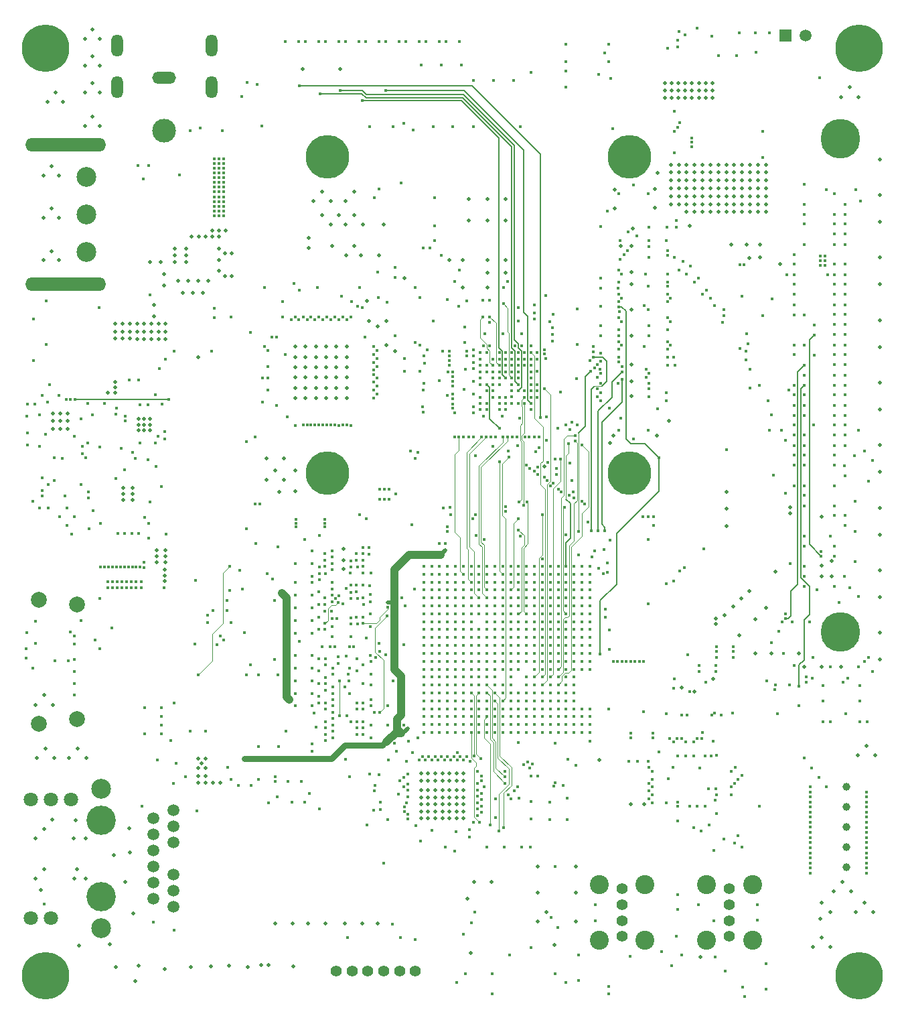
<source format=gbr>
G04 (created by PCBNEW (2013-07-07 BZR 4022)-stable) date 10/02/2015 04:29:17*
%MOIN*%
G04 Gerber Fmt 3.4, Leading zero omitted, Abs format*
%FSLAX34Y34*%
G01*
G70*
G90*
G04 APERTURE LIST*
%ADD10C,0.00590551*%
%ADD11C,0.019685*%
%ADD12R,0.0597X0.0597*%
%ADD13C,0.0597*%
%ADD14C,0.23622*%
%ADD15C,0.0787402*%
%ADD16C,0.216535*%
%ADD17C,0.0708661*%
%ADD18C,0.0590551*%
%ADD19C,0.0984252*%
%ADD20C,0.145669*%
%ADD21C,0.0393701*%
%ADD22C,0.0944882*%
%ADD23C,0.0551181*%
%ADD24C,0.015748*%
%ADD25C,0.19685*%
%ADD26O,0.401575X0.0669291*%
%ADD27O,0.0590551X0.110236*%
%ADD28O,0.11811X0.0590551*%
%ADD29C,0.11811*%
%ADD30C,0.00393701*%
%ADD31C,0.0393701*%
%ADD32C,0.015748*%
%ADD33C,0.019685*%
%ADD34C,0.0314961*%
G04 APERTURE END LIST*
G54D10*
G54D11*
X71889Y-46692D03*
X71531Y-46232D03*
X71141Y-46692D03*
X71141Y-44566D03*
X71531Y-44106D03*
X71889Y-44566D03*
X71889Y-42480D03*
X71531Y-42019D03*
X71141Y-42480D03*
X71338Y-38818D03*
X71728Y-38358D03*
X72086Y-38818D03*
X73937Y-40000D03*
X73578Y-39539D03*
X73188Y-40000D03*
X73188Y-35669D03*
X73578Y-35208D03*
X73937Y-35669D03*
X73937Y-37007D03*
X73578Y-36547D03*
X73188Y-37007D03*
X73188Y-38346D03*
X73578Y-37885D03*
X73937Y-38346D03*
X104094Y-38602D03*
X104094Y-37874D03*
X104094Y-38248D03*
X103759Y-38248D03*
X103759Y-37874D03*
X103759Y-38602D03*
X103405Y-38602D03*
X103405Y-37874D03*
X103405Y-38248D03*
X103070Y-38248D03*
X103070Y-37874D03*
X103070Y-38602D03*
X105118Y-59055D03*
X105118Y-58208D03*
X105118Y-59921D03*
X107559Y-62185D03*
X88188Y-50925D03*
X88637Y-51200D03*
X93236Y-43653D03*
X92291Y-43653D03*
X94141Y-43653D03*
X94141Y-44716D03*
X94133Y-46673D03*
X94133Y-47303D03*
X92291Y-44716D03*
X84019Y-37181D03*
X85889Y-37185D03*
X79074Y-48307D03*
X78582Y-48307D03*
X78070Y-48307D03*
X77212Y-49850D03*
X77212Y-50598D03*
X77212Y-50244D03*
X76858Y-50244D03*
X76858Y-50598D03*
X76858Y-49850D03*
X76503Y-49850D03*
X76503Y-50598D03*
X76503Y-50244D03*
X75082Y-50236D03*
X75082Y-50590D03*
X75082Y-49842D03*
X74708Y-50236D03*
X74708Y-50590D03*
X74708Y-49842D03*
X75866Y-54866D03*
X76417Y-54866D03*
X76141Y-54866D03*
X76141Y-55141D03*
X76141Y-54590D03*
X76417Y-54590D03*
X76417Y-55141D03*
X75866Y-55141D03*
X71968Y-54688D03*
X71968Y-54314D03*
X71968Y-55062D03*
X72342Y-55062D03*
X72342Y-54314D03*
X72342Y-54688D03*
X75570Y-58307D03*
X75098Y-58307D03*
X77165Y-62637D03*
X106279Y-63129D03*
X105039Y-64330D03*
X79527Y-45216D03*
X80196Y-45216D03*
X79862Y-45216D03*
X79192Y-45511D03*
X79527Y-45511D03*
X78858Y-45511D03*
X78503Y-45511D03*
X77677Y-46456D03*
X78228Y-46456D03*
X78228Y-46791D03*
X77677Y-46791D03*
X84330Y-45570D03*
X78826Y-51507D03*
X79330Y-47696D03*
X78838Y-47696D03*
X78326Y-47696D03*
X77834Y-47696D03*
X76625Y-48897D03*
X77145Y-47933D03*
X77145Y-47381D03*
X77677Y-46122D03*
X78228Y-46122D03*
X76968Y-46791D03*
X79862Y-46673D03*
X86200Y-46437D03*
X86590Y-45976D03*
X86948Y-46437D03*
X85511Y-45964D03*
X84330Y-46082D03*
X80511Y-46358D03*
X80177Y-46358D03*
X80177Y-47480D03*
X80511Y-47480D03*
X74350Y-53287D03*
X74685Y-53011D03*
X74685Y-52736D03*
X74685Y-53287D03*
X75437Y-49842D03*
X75437Y-50590D03*
X75437Y-50236D03*
X98807Y-71535D03*
X104606Y-64507D03*
X105866Y-63523D03*
X105452Y-63897D03*
X107106Y-63976D03*
X104606Y-64783D03*
X106555Y-64527D03*
X105767Y-65354D03*
X106555Y-66259D03*
X103149Y-41929D03*
X103149Y-42322D03*
X103149Y-42716D03*
X103149Y-43503D03*
X103149Y-43110D03*
X103149Y-43897D03*
X103149Y-44291D03*
X102755Y-43897D03*
X102362Y-43897D03*
X102755Y-43110D03*
X102362Y-43110D03*
X102362Y-43503D03*
X102755Y-43503D03*
X102755Y-42716D03*
X102362Y-42716D03*
X102362Y-42322D03*
X102755Y-42322D03*
X102755Y-41929D03*
X102362Y-41929D03*
X103543Y-41929D03*
X103937Y-41929D03*
X103937Y-42322D03*
X103543Y-42322D03*
X103543Y-42716D03*
X103937Y-42716D03*
X103937Y-43503D03*
X103543Y-43503D03*
X103543Y-43110D03*
X103937Y-43110D03*
X103543Y-43897D03*
X103937Y-43897D03*
X103937Y-44291D03*
X103543Y-44291D03*
X107791Y-46889D03*
X101716Y-42334D03*
X106811Y-45925D03*
X106259Y-46570D03*
X93228Y-47303D03*
X93228Y-46673D03*
X93228Y-48051D03*
X92007Y-48051D03*
X100354Y-73759D03*
X101023Y-73759D03*
X97637Y-79586D03*
X97637Y-78129D03*
X97637Y-76830D03*
X95748Y-76830D03*
X95748Y-78129D03*
X93425Y-77618D03*
X92559Y-77618D03*
X92240Y-78448D03*
X92389Y-81149D03*
X96566Y-80759D03*
X95748Y-79586D03*
X96181Y-79114D03*
X74629Y-76291D03*
X75216Y-77602D03*
X75401Y-74960D03*
X87755Y-79665D03*
X87007Y-79665D03*
X86141Y-79665D03*
X82677Y-79665D03*
X83543Y-79665D03*
X85157Y-79665D03*
X84291Y-79665D03*
X79940Y-72677D03*
X79566Y-72677D03*
X78838Y-72677D03*
X79192Y-72677D03*
X109862Y-59429D03*
X110354Y-62401D03*
X110354Y-61633D03*
X109862Y-61870D03*
X109862Y-62401D03*
X108720Y-66259D03*
X107381Y-66259D03*
X104468Y-67500D03*
X103543Y-68129D03*
X102893Y-67933D03*
X99872Y-45964D03*
X81960Y-81755D03*
X81299Y-81830D03*
X83578Y-81799D03*
X82334Y-81755D03*
X102066Y-38602D03*
X102066Y-37874D03*
X102066Y-38248D03*
X102401Y-38248D03*
X102401Y-37874D03*
X102401Y-38602D03*
X102736Y-38602D03*
X102736Y-37874D03*
X102736Y-38248D03*
X104429Y-38248D03*
X104429Y-37874D03*
X104429Y-38602D03*
X103291Y-44980D03*
X106799Y-46555D03*
X83110Y-57618D03*
X82244Y-57618D03*
X82677Y-57145D03*
X103822Y-81342D03*
X93236Y-44716D03*
X86614Y-44429D03*
X86181Y-44901D03*
X87047Y-44901D03*
X85822Y-44440D03*
X86181Y-43759D03*
X86614Y-43287D03*
X87771Y-49980D03*
X85000Y-43287D03*
X84566Y-43759D03*
X85433Y-43759D03*
X85433Y-44901D03*
X85000Y-44429D03*
X86062Y-62027D03*
X86062Y-61043D03*
X86062Y-61594D03*
X82244Y-56555D03*
X83110Y-56555D03*
X83677Y-58188D03*
X83681Y-57141D03*
X82881Y-58212D03*
X88070Y-44901D03*
X92007Y-46673D03*
X91338Y-46673D03*
X87834Y-46437D03*
X89094Y-47578D03*
X87248Y-48700D03*
X88188Y-49704D03*
X87322Y-49704D03*
X96062Y-56948D03*
X99318Y-55787D03*
X101653Y-55413D03*
X102283Y-54685D03*
X99488Y-55413D03*
X100393Y-53444D03*
X100393Y-52696D03*
X100393Y-51870D03*
X100393Y-50452D03*
X100393Y-49153D03*
X100393Y-47893D03*
X100393Y-47263D03*
X100393Y-45964D03*
X100472Y-45098D03*
X106141Y-45925D03*
X105354Y-45925D03*
X99566Y-43169D03*
X99566Y-44114D03*
X101574Y-43129D03*
X101574Y-44074D03*
X111259Y-38090D03*
X110826Y-38562D03*
X111692Y-38562D03*
X112755Y-52775D03*
X112755Y-51003D03*
X112755Y-47893D03*
X112755Y-49665D03*
X112755Y-43444D03*
X112755Y-41673D03*
X112755Y-44783D03*
X112755Y-46555D03*
X112755Y-58996D03*
X112755Y-57224D03*
X112755Y-54114D03*
X112755Y-55885D03*
X112755Y-62106D03*
X112755Y-60334D03*
X112755Y-63444D03*
X112755Y-65216D03*
X112755Y-66555D03*
X110826Y-66909D03*
X109015Y-66909D03*
X109881Y-66909D03*
X112086Y-70846D03*
X111653Y-71318D03*
X112519Y-71318D03*
X111338Y-78090D03*
X110472Y-78090D03*
X110905Y-77618D03*
X112007Y-78641D03*
X111574Y-79114D03*
X112440Y-79114D03*
X110314Y-79114D03*
X109811Y-79460D03*
X109881Y-78641D03*
X109881Y-80374D03*
X109448Y-80846D03*
X110314Y-80846D03*
X79192Y-72342D03*
X78838Y-72342D03*
X75881Y-81791D03*
X75688Y-82531D03*
X77169Y-81933D03*
X74440Y-80720D03*
X72909Y-80791D03*
X74724Y-81830D03*
X72795Y-76988D03*
X72669Y-77452D03*
X73228Y-77460D03*
X71000Y-78023D03*
X70748Y-77460D03*
X71181Y-76988D03*
X71181Y-74980D03*
X70748Y-75452D03*
X71566Y-74507D03*
X73228Y-75452D03*
X72641Y-75456D03*
X72732Y-74559D03*
X72834Y-70964D03*
X72401Y-71437D03*
X73267Y-71437D03*
X71653Y-71437D03*
X70787Y-71437D03*
X71220Y-70964D03*
X71181Y-68326D03*
X70748Y-68799D03*
X71614Y-68799D03*
X80362Y-81791D03*
X78468Y-81858D03*
X79468Y-81811D03*
X75598Y-79181D03*
X75448Y-76149D03*
X76625Y-49468D03*
X75570Y-58602D03*
X75098Y-58602D03*
X79862Y-47224D03*
X79862Y-45511D03*
X79862Y-46102D03*
X76417Y-46791D03*
X75570Y-58011D03*
X75098Y-58011D03*
X92047Y-74429D03*
X91692Y-74429D03*
X90984Y-74429D03*
X91338Y-74429D03*
X90629Y-74429D03*
X90275Y-74429D03*
X89921Y-74429D03*
X89921Y-74114D03*
X90275Y-74114D03*
X90629Y-74114D03*
X91338Y-74114D03*
X90984Y-74114D03*
X91692Y-74114D03*
X92047Y-74114D03*
X92047Y-73759D03*
X91692Y-73759D03*
X90984Y-73759D03*
X91338Y-73759D03*
X90629Y-73759D03*
X90275Y-73759D03*
X89921Y-73759D03*
X89921Y-73051D03*
X90275Y-73051D03*
X90629Y-73051D03*
X91338Y-73051D03*
X90984Y-73051D03*
X91692Y-73051D03*
X92047Y-73051D03*
X92047Y-73405D03*
X91692Y-73405D03*
X90984Y-73405D03*
X91338Y-73405D03*
X90629Y-73405D03*
X90275Y-73405D03*
X89921Y-73405D03*
X89921Y-72578D03*
X90275Y-72578D03*
X90629Y-72578D03*
X91338Y-72578D03*
X90984Y-72578D03*
X91692Y-72578D03*
X92047Y-72578D03*
X92047Y-72224D03*
X91692Y-72224D03*
X90984Y-72224D03*
X91338Y-72224D03*
X90629Y-72224D03*
X90275Y-72224D03*
X89921Y-72224D03*
X77165Y-62362D03*
X77165Y-62086D03*
X77204Y-61417D03*
X76771Y-61417D03*
X76771Y-61712D03*
X77204Y-61712D03*
X77204Y-61122D03*
X76771Y-61122D03*
X71594Y-54688D03*
X71594Y-54314D03*
X71594Y-55062D03*
X76149Y-50244D03*
X75795Y-50244D03*
X75795Y-50598D03*
X76149Y-50598D03*
X75795Y-49850D03*
X76149Y-49850D03*
X75866Y-54590D03*
X108307Y-58976D03*
X108307Y-59291D03*
X104330Y-44291D03*
X104724Y-44291D03*
X105511Y-44291D03*
X105118Y-44291D03*
X105905Y-44291D03*
X106299Y-44291D03*
X106692Y-44291D03*
X107086Y-44291D03*
X107086Y-43897D03*
X106692Y-43897D03*
X106299Y-43897D03*
X105905Y-43897D03*
X105118Y-43897D03*
X105511Y-43897D03*
X104724Y-43897D03*
X104330Y-43897D03*
X107086Y-43110D03*
X106692Y-43110D03*
X106299Y-43110D03*
X105905Y-43110D03*
X105118Y-43110D03*
X105511Y-43110D03*
X104724Y-43110D03*
X104330Y-43110D03*
X104330Y-43503D03*
X104724Y-43503D03*
X105511Y-43503D03*
X105118Y-43503D03*
X105905Y-43503D03*
X106299Y-43503D03*
X106692Y-43503D03*
X107086Y-43503D03*
X107086Y-42716D03*
X106692Y-42716D03*
X106299Y-42716D03*
X105905Y-42716D03*
X105118Y-42716D03*
X105511Y-42716D03*
X104724Y-42716D03*
X104330Y-42716D03*
X104330Y-42322D03*
X104724Y-42322D03*
X105511Y-42322D03*
X105118Y-42322D03*
X105905Y-42322D03*
X106299Y-42322D03*
X106692Y-42322D03*
X107086Y-42322D03*
X107086Y-41929D03*
X106692Y-41929D03*
X106299Y-41929D03*
X105905Y-41929D03*
X105118Y-41929D03*
X105511Y-41929D03*
X104724Y-41929D03*
G54D12*
X108083Y-35511D03*
G54D13*
X109083Y-35511D03*
G54D14*
X111732Y-82283D03*
X111732Y-36141D03*
X71220Y-36141D03*
X71220Y-82283D03*
G54D11*
X104330Y-41929D03*
G54D15*
X70885Y-63562D03*
X72814Y-63799D03*
X72814Y-69507D03*
X70885Y-69744D03*
G54D11*
X78838Y-71948D03*
X78838Y-71476D03*
X79192Y-71476D03*
X79192Y-71948D03*
X79015Y-71712D03*
X83661Y-53543D03*
X83661Y-53031D03*
X83661Y-52007D03*
X83661Y-52519D03*
X83661Y-51496D03*
X83661Y-50984D03*
X84173Y-51496D03*
X84173Y-52519D03*
X84173Y-52007D03*
X84173Y-53031D03*
X84173Y-53543D03*
X84173Y-50984D03*
X84685Y-53543D03*
X84685Y-53031D03*
X84685Y-52007D03*
X84685Y-52519D03*
X84685Y-51496D03*
X84685Y-50984D03*
X85196Y-51496D03*
X85196Y-52519D03*
X85196Y-52007D03*
X85196Y-53031D03*
X85196Y-53543D03*
X85196Y-50984D03*
X85708Y-53543D03*
X85708Y-53031D03*
X85708Y-52007D03*
X85708Y-52519D03*
X85708Y-51496D03*
X85708Y-50984D03*
X86220Y-50984D03*
X86220Y-51496D03*
X86220Y-52007D03*
X86220Y-53543D03*
X86220Y-53031D03*
X86220Y-52519D03*
G54D16*
X100291Y-41531D03*
X85251Y-41531D03*
X100291Y-57279D03*
X85251Y-57279D03*
G54D17*
X71515Y-79417D03*
X70515Y-79417D03*
X72515Y-73496D03*
X71515Y-73496D03*
G54D18*
X77614Y-78854D03*
X77614Y-78055D03*
X77614Y-77255D03*
X77614Y-75657D03*
X77614Y-74858D03*
X77614Y-74059D03*
X76614Y-78454D03*
X76614Y-77655D03*
X76614Y-76856D03*
X76614Y-74458D03*
X76614Y-75257D03*
G54D19*
X74015Y-79921D03*
G54D20*
X74015Y-78356D03*
X74015Y-74557D03*
G54D19*
X74015Y-72992D03*
G54D18*
X76614Y-76057D03*
G54D17*
X70515Y-73496D03*
G54D21*
X111102Y-72881D03*
X111102Y-73881D03*
X111102Y-74881D03*
X111102Y-75881D03*
X111102Y-76881D03*
G54D22*
X106417Y-77755D03*
X104133Y-77755D03*
X106417Y-80511D03*
X104133Y-80511D03*
G54D23*
X105275Y-77952D03*
X105275Y-78740D03*
X105275Y-79527D03*
X105275Y-80314D03*
G54D22*
X101082Y-77755D03*
X98799Y-77755D03*
X101082Y-80511D03*
X98799Y-80511D03*
G54D23*
X99940Y-77952D03*
X99940Y-78740D03*
X99940Y-79527D03*
X99940Y-80314D03*
G54D24*
X98326Y-61909D03*
X98326Y-62303D03*
X98326Y-62696D03*
X98326Y-63090D03*
X98326Y-63484D03*
X98326Y-63877D03*
X98326Y-64271D03*
X98326Y-64665D03*
X98326Y-65059D03*
X98326Y-65452D03*
X98326Y-65846D03*
X98326Y-66240D03*
X98326Y-66633D03*
X98326Y-67027D03*
X98326Y-68996D03*
X98326Y-69389D03*
X98326Y-69783D03*
X98326Y-70177D03*
X97933Y-61909D03*
X97933Y-62303D03*
X97933Y-62696D03*
X97933Y-63090D03*
X97933Y-63484D03*
X97933Y-63877D03*
X97933Y-64271D03*
X97933Y-64665D03*
X97933Y-65059D03*
X97933Y-65452D03*
X97933Y-65846D03*
X97933Y-66240D03*
X97933Y-66633D03*
X97933Y-67027D03*
X97933Y-68996D03*
X97933Y-69389D03*
X97933Y-69783D03*
X97933Y-70177D03*
X97539Y-61909D03*
X97539Y-62303D03*
X97539Y-62696D03*
X97539Y-63090D03*
X97539Y-63484D03*
X97539Y-63877D03*
X97539Y-64271D03*
X97539Y-64665D03*
X97539Y-65059D03*
X97539Y-65452D03*
X97539Y-65846D03*
X97539Y-66240D03*
X97539Y-66633D03*
X97539Y-67027D03*
X97539Y-67421D03*
X97539Y-67814D03*
X97539Y-68208D03*
X97539Y-68602D03*
X97539Y-68996D03*
X97539Y-69389D03*
X97539Y-69783D03*
X97539Y-70177D03*
X97145Y-61909D03*
X97145Y-62303D03*
X97145Y-62696D03*
X97145Y-63090D03*
X97145Y-63484D03*
X97145Y-63877D03*
X97145Y-64271D03*
X97145Y-64665D03*
X97145Y-65059D03*
X97145Y-65452D03*
X97145Y-65846D03*
X97145Y-66240D03*
X97145Y-66633D03*
X97145Y-67027D03*
X97145Y-67421D03*
X97145Y-67814D03*
X97145Y-68208D03*
X97145Y-68602D03*
X97145Y-68996D03*
X97145Y-69389D03*
X97145Y-69783D03*
X97145Y-70177D03*
X96751Y-61909D03*
X96751Y-62303D03*
X96751Y-62696D03*
X96751Y-63090D03*
X96751Y-63484D03*
X96751Y-63877D03*
X96751Y-64271D03*
X96751Y-64665D03*
X96751Y-65059D03*
X96751Y-65452D03*
X96751Y-65846D03*
X96751Y-66240D03*
X96751Y-66633D03*
X96751Y-67027D03*
X96751Y-67421D03*
X96751Y-67814D03*
X96751Y-68208D03*
X96751Y-68602D03*
X96751Y-68996D03*
X96751Y-69389D03*
X96751Y-69783D03*
X96751Y-70177D03*
X96358Y-61909D03*
X96358Y-62303D03*
X96358Y-62696D03*
X96358Y-63090D03*
X96358Y-63484D03*
X96358Y-63877D03*
X96358Y-64271D03*
X96358Y-64665D03*
X96358Y-65059D03*
X96358Y-65452D03*
X96358Y-65846D03*
X96358Y-66240D03*
X96358Y-66633D03*
X96358Y-67027D03*
X96358Y-67421D03*
X96358Y-67814D03*
X96358Y-68208D03*
X96358Y-68602D03*
X96358Y-68996D03*
X96358Y-69389D03*
X96358Y-69783D03*
X96358Y-70177D03*
X95964Y-61909D03*
X95964Y-62303D03*
X95964Y-62696D03*
X95964Y-63090D03*
X95964Y-63484D03*
X95964Y-63877D03*
X95964Y-64271D03*
X95964Y-64665D03*
X95964Y-65059D03*
X95964Y-65452D03*
X95964Y-65846D03*
X95964Y-66240D03*
X95964Y-66633D03*
X95964Y-67027D03*
X95964Y-67421D03*
X95964Y-67814D03*
X95964Y-68208D03*
X95964Y-68602D03*
X95964Y-68996D03*
X95964Y-69389D03*
X95964Y-69783D03*
X95964Y-70177D03*
X95570Y-61909D03*
X95570Y-62303D03*
X95570Y-62696D03*
X95570Y-63090D03*
X95570Y-63484D03*
X95570Y-63877D03*
X95570Y-64271D03*
X95570Y-64665D03*
X95570Y-65059D03*
X95570Y-65452D03*
X95570Y-65846D03*
X95570Y-66240D03*
X95570Y-66633D03*
X95570Y-67027D03*
X95570Y-67421D03*
X95570Y-67814D03*
X95570Y-68208D03*
X95570Y-68602D03*
X95570Y-68996D03*
X95570Y-69389D03*
X95570Y-69783D03*
X95570Y-70177D03*
X95177Y-61909D03*
X95177Y-62303D03*
X95177Y-62696D03*
X95177Y-63090D03*
X95177Y-63484D03*
X95177Y-63877D03*
X95177Y-64271D03*
X95177Y-64665D03*
X95177Y-65059D03*
X95177Y-65452D03*
X95177Y-65846D03*
X95177Y-66240D03*
X95177Y-66633D03*
X95177Y-67421D03*
X95177Y-67814D03*
X95177Y-68208D03*
X95177Y-68602D03*
X95177Y-68996D03*
X95177Y-69389D03*
X95177Y-69783D03*
X95177Y-70177D03*
X94783Y-61909D03*
X94783Y-62303D03*
X94783Y-62696D03*
X94783Y-63090D03*
X94783Y-63484D03*
X94783Y-63877D03*
X94783Y-64271D03*
X94783Y-64665D03*
X94783Y-65059D03*
X94783Y-65452D03*
X94783Y-65846D03*
X94783Y-66240D03*
X94783Y-66633D03*
X94783Y-67027D03*
X94783Y-68208D03*
X94783Y-68602D03*
X94783Y-68996D03*
X94783Y-69389D03*
X94783Y-69783D03*
X94783Y-70177D03*
X94389Y-61909D03*
X94389Y-62303D03*
X94389Y-62696D03*
X94389Y-63090D03*
X94389Y-63484D03*
X94389Y-63877D03*
X94389Y-64271D03*
X94389Y-64665D03*
X94389Y-65059D03*
X94389Y-65452D03*
X94389Y-65846D03*
X94389Y-66240D03*
X94389Y-66633D03*
X94389Y-67027D03*
X94389Y-67421D03*
X94389Y-67814D03*
X94389Y-68208D03*
X94389Y-68602D03*
X94389Y-68996D03*
X94389Y-69389D03*
X94389Y-69783D03*
X94389Y-70177D03*
X93996Y-61909D03*
X93996Y-62303D03*
X93996Y-62696D03*
X93996Y-63090D03*
X93996Y-63484D03*
X93996Y-63877D03*
X93996Y-64271D03*
X93996Y-64665D03*
X93996Y-65059D03*
X93996Y-65452D03*
X93996Y-65846D03*
X93996Y-66240D03*
X93996Y-66633D03*
X93996Y-67027D03*
X93996Y-67814D03*
X93996Y-68208D03*
X93996Y-68602D03*
X93996Y-68996D03*
X93996Y-69389D03*
X93996Y-69783D03*
X93996Y-70177D03*
X93602Y-61909D03*
X93602Y-62303D03*
X93602Y-62696D03*
X93602Y-63090D03*
X93602Y-63484D03*
X93602Y-63877D03*
X93602Y-64271D03*
X93602Y-64665D03*
X93602Y-65059D03*
X93602Y-65452D03*
X93602Y-65846D03*
X93602Y-66240D03*
X93602Y-66633D03*
X93602Y-67027D03*
X93602Y-67421D03*
X93602Y-67814D03*
X93602Y-68208D03*
X93602Y-68602D03*
X93602Y-68996D03*
X93602Y-69389D03*
X93602Y-69783D03*
X93602Y-70177D03*
X93208Y-61909D03*
X93208Y-62303D03*
X93208Y-62696D03*
X93208Y-63090D03*
X93208Y-63484D03*
X93208Y-63877D03*
X93208Y-64271D03*
X93208Y-64665D03*
X93208Y-65059D03*
X93208Y-65452D03*
X93208Y-65846D03*
X93208Y-66240D03*
X93208Y-66633D03*
X93208Y-67027D03*
X93208Y-67421D03*
X93208Y-67814D03*
X93208Y-68208D03*
X93208Y-68602D03*
X93208Y-68996D03*
X93208Y-69389D03*
X93208Y-69783D03*
X93208Y-70177D03*
X92814Y-61909D03*
X92814Y-62303D03*
X92814Y-62696D03*
X92814Y-63090D03*
X92814Y-63484D03*
X92814Y-63877D03*
X92814Y-64271D03*
X92814Y-65059D03*
X92814Y-65452D03*
X92814Y-65846D03*
X92814Y-66240D03*
X92814Y-66633D03*
X92814Y-67027D03*
X92814Y-67421D03*
X92814Y-67814D03*
X92814Y-68208D03*
X92814Y-68602D03*
X92814Y-68996D03*
X92814Y-69389D03*
X92814Y-69783D03*
X92814Y-70177D03*
X92421Y-61909D03*
X92421Y-62303D03*
X92421Y-62696D03*
X92421Y-63090D03*
X92421Y-63484D03*
X92421Y-63877D03*
X92421Y-64271D03*
X92421Y-64665D03*
X92421Y-65059D03*
X92421Y-65452D03*
X92421Y-65846D03*
X92421Y-66240D03*
X92421Y-66633D03*
X92421Y-67027D03*
X92421Y-67421D03*
X92421Y-67814D03*
X92421Y-68208D03*
X92421Y-68602D03*
X92421Y-68996D03*
X92421Y-69389D03*
X92421Y-69783D03*
X92421Y-70177D03*
X92027Y-61909D03*
X92027Y-62303D03*
X92027Y-62696D03*
X92027Y-63090D03*
X92027Y-63484D03*
X92027Y-63877D03*
X92027Y-64271D03*
X92027Y-64665D03*
X92027Y-65059D03*
X92027Y-65452D03*
X92027Y-65846D03*
X92027Y-66240D03*
X92027Y-66633D03*
X92027Y-67027D03*
X92027Y-67421D03*
X92027Y-67814D03*
X92027Y-68208D03*
X92027Y-68602D03*
X92027Y-68996D03*
X92027Y-69389D03*
X92027Y-69783D03*
X92027Y-70177D03*
X91633Y-61909D03*
X91633Y-62303D03*
X91633Y-62696D03*
X91633Y-63090D03*
X91633Y-63484D03*
X91633Y-63877D03*
X91633Y-64271D03*
X91633Y-64665D03*
X91633Y-65059D03*
X91633Y-65452D03*
X91633Y-65846D03*
X91633Y-66240D03*
X91633Y-66633D03*
X91633Y-67027D03*
X91633Y-67421D03*
X91633Y-67814D03*
X91633Y-68208D03*
X91633Y-68602D03*
X91633Y-68996D03*
X91633Y-69389D03*
X91633Y-69783D03*
X91633Y-70177D03*
X91240Y-61909D03*
X91240Y-62303D03*
X91240Y-62696D03*
X91240Y-63090D03*
X91240Y-63484D03*
X91240Y-63877D03*
X91240Y-64271D03*
X91240Y-64665D03*
X91240Y-65059D03*
X91240Y-65452D03*
X91240Y-65846D03*
X91240Y-66240D03*
X91240Y-66633D03*
X91240Y-67027D03*
X91240Y-67421D03*
X91240Y-67814D03*
X91240Y-68208D03*
X91240Y-68602D03*
X91240Y-68996D03*
X91240Y-69389D03*
X91240Y-69783D03*
X91240Y-70177D03*
X90846Y-61909D03*
X90846Y-62303D03*
X90846Y-62696D03*
X90846Y-63090D03*
X90846Y-63484D03*
X90846Y-63877D03*
X90846Y-64271D03*
X90846Y-64665D03*
X90846Y-65059D03*
X90846Y-65452D03*
X90846Y-65846D03*
X90846Y-66240D03*
X90846Y-66633D03*
X90846Y-67027D03*
X90846Y-67421D03*
X90846Y-67814D03*
X90846Y-68208D03*
X90846Y-68602D03*
X90846Y-68996D03*
X90846Y-69389D03*
X90846Y-69783D03*
X90846Y-70177D03*
X90452Y-61909D03*
X90452Y-62303D03*
X90452Y-62696D03*
X90452Y-63090D03*
X90452Y-63484D03*
X90452Y-63877D03*
X90452Y-64271D03*
X90452Y-64665D03*
X90452Y-65059D03*
X90452Y-65452D03*
X90452Y-65846D03*
X90452Y-66240D03*
X90452Y-66633D03*
X90452Y-67027D03*
X90452Y-67421D03*
X90452Y-67814D03*
X90452Y-68208D03*
X90452Y-68602D03*
X90452Y-68996D03*
X90452Y-69389D03*
X90452Y-69783D03*
X90452Y-70177D03*
X90059Y-61909D03*
X90059Y-62303D03*
X90059Y-62696D03*
X90059Y-63090D03*
X90059Y-63484D03*
X90059Y-63877D03*
X90059Y-64271D03*
X90059Y-64665D03*
X90059Y-65059D03*
X90059Y-65452D03*
X90059Y-65846D03*
X90059Y-66240D03*
X90059Y-66633D03*
X90059Y-67027D03*
X90059Y-67421D03*
X90059Y-67814D03*
X90059Y-68208D03*
X90059Y-68602D03*
X90059Y-68996D03*
X90059Y-69389D03*
X90059Y-69783D03*
X90059Y-70177D03*
G54D25*
X110787Y-40633D03*
X110787Y-65192D03*
G54D24*
X80102Y-44000D03*
X79866Y-44000D03*
X79629Y-44236D03*
X79629Y-44000D03*
X79629Y-44472D03*
X79866Y-44472D03*
X80102Y-44472D03*
X80102Y-44236D03*
X79866Y-44236D03*
X79629Y-43055D03*
X79866Y-43055D03*
X80102Y-43055D03*
X79866Y-43527D03*
X80102Y-43527D03*
X80102Y-43763D03*
X79866Y-43763D03*
X79629Y-43763D03*
X79629Y-43291D03*
X79629Y-43527D03*
X79866Y-43291D03*
X80102Y-43291D03*
X80102Y-42346D03*
X79866Y-42346D03*
X79629Y-42582D03*
X79629Y-42346D03*
X79629Y-42818D03*
X79866Y-42818D03*
X80102Y-42818D03*
X80102Y-42582D03*
X79866Y-42582D03*
X79866Y-41874D03*
X80102Y-41874D03*
X80102Y-42110D03*
X79866Y-42110D03*
X79629Y-42110D03*
X79629Y-41637D03*
X79629Y-41874D03*
X79866Y-41637D03*
X80102Y-41637D03*
G54D19*
X73251Y-42539D03*
X73251Y-44409D03*
X73251Y-46279D03*
G54D26*
X72244Y-47874D03*
X72244Y-40944D03*
G54D27*
X74803Y-38066D03*
X74803Y-36019D03*
X79488Y-36019D03*
G54D28*
X77145Y-37614D03*
G54D27*
X79488Y-38066D03*
G54D29*
X77145Y-40232D03*
G54D23*
X85708Y-82047D03*
X86496Y-82047D03*
X89645Y-82047D03*
X88858Y-82047D03*
X88070Y-82047D03*
X87283Y-82047D03*
G54D24*
X99468Y-40137D03*
X94822Y-54557D03*
X89271Y-73051D03*
X87606Y-73062D03*
X95389Y-73602D03*
X92923Y-74143D03*
X96326Y-73629D03*
X92539Y-74645D03*
X82751Y-73385D03*
X90462Y-71545D03*
X83507Y-73649D03*
X90620Y-71377D03*
X84149Y-73633D03*
X90935Y-71377D03*
X84377Y-73212D03*
X91250Y-71377D03*
X91407Y-71545D03*
X91564Y-71377D03*
X91879Y-71377D03*
X92037Y-71545D03*
X92923Y-73828D03*
X92746Y-73671D03*
X92923Y-73513D03*
X92746Y-73356D03*
X92746Y-73041D03*
X93080Y-72883D03*
X92746Y-72726D03*
X92923Y-72568D03*
X102755Y-47185D03*
X111023Y-44409D03*
X110511Y-44881D03*
X102952Y-46751D03*
X99763Y-47185D03*
X102185Y-48759D03*
X105000Y-49133D03*
X111023Y-48897D03*
X99763Y-48759D03*
X104921Y-49763D03*
X110511Y-49370D03*
X103149Y-47381D03*
X102185Y-47381D03*
X111023Y-44881D03*
X110511Y-45393D03*
X103346Y-46968D03*
X99901Y-47381D03*
X103543Y-47775D03*
X102185Y-47775D03*
X111023Y-45905D03*
X99763Y-47775D03*
X103740Y-47578D03*
X110511Y-46889D03*
X103937Y-48366D03*
X102185Y-48366D03*
X111023Y-47401D03*
X104133Y-48188D03*
X99763Y-48366D03*
X110511Y-47874D03*
X104330Y-48562D03*
X102322Y-48562D03*
X111023Y-47874D03*
X104527Y-48956D03*
X99901Y-48562D03*
X110511Y-48385D03*
X102185Y-49547D03*
X106102Y-51653D03*
X110511Y-51377D03*
X99763Y-49547D03*
X105787Y-51062D03*
X110511Y-50905D03*
X102185Y-51122D03*
X108070Y-55629D03*
X110511Y-55393D03*
X108070Y-58267D03*
X99763Y-51122D03*
X111023Y-55393D03*
X102322Y-49744D03*
X106299Y-52125D03*
X111023Y-51889D03*
X106771Y-52913D03*
X99901Y-49744D03*
X111023Y-52401D03*
X102185Y-50137D03*
X107204Y-53661D03*
X111023Y-53385D03*
X106299Y-53051D03*
X110511Y-52401D03*
X99763Y-50137D03*
X107362Y-54370D03*
X102185Y-50728D03*
X110511Y-53897D03*
X107283Y-55157D03*
X99763Y-50728D03*
X111023Y-53897D03*
X102322Y-50925D03*
X107874Y-55157D03*
X111023Y-54881D03*
X107480Y-57381D03*
X99901Y-50925D03*
X110511Y-54409D03*
X85137Y-61909D03*
X86437Y-61633D03*
X87027Y-61909D03*
X85511Y-61141D03*
X87027Y-60964D03*
X85511Y-61771D03*
X87027Y-61594D03*
X85137Y-61594D03*
X86712Y-61594D03*
X85511Y-61456D03*
X87027Y-61279D03*
X85137Y-61279D03*
X86712Y-61279D03*
X85137Y-63484D03*
X87027Y-63484D03*
X85452Y-64153D03*
X86712Y-64429D03*
X87401Y-64291D03*
X84822Y-64429D03*
X87401Y-64921D03*
X84822Y-65059D03*
X85679Y-63523D03*
X85511Y-63031D03*
X88956Y-63464D03*
X86712Y-63169D03*
X87864Y-66151D03*
X87362Y-62874D03*
X84822Y-63169D03*
X87401Y-63661D03*
X89133Y-63877D03*
X84822Y-63799D03*
X85137Y-64744D03*
X85816Y-63700D03*
X88267Y-63952D03*
X87027Y-64744D03*
X87047Y-69645D03*
X85531Y-69803D03*
X85157Y-69645D03*
X86732Y-70275D03*
X85157Y-70590D03*
X86732Y-69645D03*
X86141Y-67921D03*
X85157Y-69960D03*
X87047Y-69960D03*
X85531Y-70118D03*
X86732Y-69960D03*
X85157Y-70275D03*
X87047Y-70275D03*
X85531Y-70433D03*
X87047Y-67755D03*
X85157Y-68070D03*
X86732Y-67125D03*
X85531Y-67283D03*
X84842Y-67125D03*
X87421Y-67283D03*
X84842Y-66496D03*
X87421Y-66653D03*
X86250Y-69330D03*
X85531Y-68543D03*
X84842Y-68385D03*
X87421Y-68543D03*
X84842Y-67755D03*
X87421Y-67814D03*
X87047Y-66811D03*
X85157Y-66811D03*
X95177Y-56889D03*
X87568Y-50984D03*
X95324Y-57037D03*
X87726Y-51181D03*
X97933Y-58661D03*
X87726Y-53346D03*
X98080Y-58809D03*
X87568Y-53543D03*
X95570Y-57185D03*
X87568Y-51377D03*
X87726Y-51574D03*
X95718Y-57332D03*
X96062Y-57480D03*
X87568Y-51771D03*
X96210Y-57627D03*
X87726Y-51968D03*
X96751Y-58070D03*
X87726Y-52559D03*
X96899Y-58218D03*
X87568Y-52755D03*
X97293Y-58366D03*
X87726Y-52952D03*
X97539Y-58513D03*
X87568Y-53149D03*
X83858Y-65649D03*
X95248Y-71637D03*
X86358Y-72364D03*
X95031Y-71787D03*
X87370Y-72228D03*
X95318Y-71940D03*
X87846Y-72287D03*
X96606Y-70704D03*
X91505Y-54055D03*
X91515Y-52952D03*
X94143Y-58956D03*
X91348Y-51909D03*
X91348Y-51683D03*
X90826Y-52687D03*
X91505Y-53572D03*
X91505Y-53346D03*
X91515Y-52470D03*
X91348Y-51427D03*
X91515Y-52726D03*
X94143Y-59173D03*
X91505Y-53828D03*
X91348Y-51200D03*
X91515Y-52244D03*
X95098Y-55492D03*
X95305Y-55492D03*
X92519Y-55492D03*
X91811Y-55492D03*
X92293Y-55492D03*
X92037Y-55492D03*
X93415Y-55492D03*
X93641Y-55492D03*
X95787Y-55492D03*
X94478Y-55492D03*
X94704Y-55492D03*
X95561Y-55492D03*
X93996Y-55492D03*
X94222Y-55492D03*
X92933Y-55492D03*
X93159Y-55492D03*
X82795Y-67322D03*
X82795Y-60954D03*
X78828Y-67322D03*
X80413Y-61909D03*
X81909Y-58799D03*
X81830Y-67322D03*
X94783Y-59547D03*
X81220Y-67322D03*
X81692Y-60787D03*
X102129Y-69228D03*
X102129Y-62779D03*
X77007Y-68937D03*
X77007Y-69370D03*
X77007Y-69803D03*
X77007Y-70236D03*
X109291Y-77165D03*
X109291Y-76909D03*
X109291Y-74645D03*
X109291Y-74389D03*
X109291Y-74143D03*
X109291Y-73887D03*
X109291Y-73641D03*
X109291Y-73385D03*
X109291Y-76663D03*
X109291Y-76407D03*
X109291Y-76161D03*
X109291Y-75905D03*
X109291Y-75649D03*
X109291Y-75403D03*
X109291Y-75147D03*
X109291Y-74891D03*
X112106Y-77165D03*
X112106Y-76909D03*
X112106Y-74645D03*
X112106Y-74389D03*
X112106Y-74143D03*
X112106Y-73887D03*
X112106Y-73631D03*
X112106Y-73385D03*
X112106Y-76663D03*
X112106Y-76407D03*
X112106Y-76161D03*
X112106Y-75905D03*
X112106Y-75649D03*
X112106Y-75403D03*
X112106Y-75147D03*
X112106Y-74901D03*
X101013Y-69143D03*
X101269Y-71909D03*
X101417Y-72106D03*
X94094Y-72106D03*
X94094Y-72391D03*
X101417Y-72500D03*
X94094Y-72696D03*
X101269Y-72696D03*
X94724Y-72893D03*
X101417Y-72893D03*
X94566Y-73090D03*
X101269Y-73090D03*
X94251Y-73287D03*
X101417Y-73287D03*
X101269Y-73484D03*
X94409Y-73484D03*
X72677Y-65767D03*
X73710Y-65570D03*
X104511Y-79535D03*
X103728Y-78740D03*
X94055Y-75866D03*
X105000Y-75492D03*
X105354Y-72893D03*
X95354Y-75866D03*
X105885Y-75866D03*
X105885Y-72303D03*
X104507Y-76043D03*
X104566Y-73543D03*
X96594Y-76850D03*
X93188Y-75866D03*
X105708Y-75314D03*
X105708Y-72500D03*
X94921Y-75866D03*
X105531Y-75688D03*
X105531Y-72696D03*
X95393Y-37350D03*
X95393Y-50954D03*
X94448Y-51289D03*
X88641Y-47047D03*
X91594Y-47755D03*
X94242Y-47755D03*
X89921Y-36968D03*
X92874Y-51289D03*
X90925Y-36968D03*
X93188Y-51919D03*
X91929Y-36968D03*
X93031Y-50954D03*
X92519Y-37736D03*
X93188Y-51289D03*
X93523Y-37736D03*
X93346Y-50954D03*
X94527Y-37736D03*
X93503Y-51604D03*
X104744Y-36496D03*
X98513Y-50964D03*
X93818Y-51289D03*
X105629Y-36496D03*
X98336Y-51692D03*
X93818Y-51604D03*
X106614Y-36338D03*
X94133Y-51919D03*
X98690Y-51879D03*
X99360Y-37647D03*
X97440Y-54728D03*
X95393Y-53494D03*
X86992Y-38740D03*
X94133Y-52549D03*
X84905Y-38409D03*
X94763Y-52864D03*
X88169Y-38248D03*
X95393Y-53809D03*
X85885Y-38244D03*
X94763Y-53179D03*
X83866Y-38015D03*
X95866Y-54498D03*
X111053Y-69242D03*
X107657Y-69232D03*
X76692Y-55787D03*
X76161Y-59488D03*
X89468Y-59842D03*
X78681Y-65787D03*
X76830Y-55452D03*
X87844Y-65738D03*
X70944Y-54389D03*
X70590Y-58681D03*
X98248Y-59724D03*
X77381Y-53622D03*
X72716Y-53622D03*
X101259Y-53484D03*
X84862Y-62263D03*
X84862Y-62578D03*
X87047Y-69015D03*
X87047Y-68700D03*
X86870Y-59360D03*
X91387Y-59360D03*
X86751Y-61948D03*
X86437Y-61948D03*
X92500Y-59527D03*
X87194Y-59527D03*
X87037Y-62253D03*
X86437Y-63523D03*
X85728Y-64507D03*
X85511Y-63661D03*
X84488Y-62401D03*
X84143Y-60570D03*
X93061Y-60570D03*
X86200Y-63011D03*
X86437Y-64783D03*
X85511Y-64921D03*
X85511Y-62086D03*
X84862Y-61948D03*
X84862Y-60374D03*
X92667Y-60374D03*
X85177Y-62263D03*
X85846Y-63366D03*
X86407Y-62234D03*
X85866Y-67598D03*
X85866Y-69330D03*
X85807Y-66417D03*
X85531Y-69488D03*
X85157Y-69015D03*
X85000Y-65925D03*
X85531Y-67913D03*
X86289Y-67283D03*
X87598Y-69173D03*
X87667Y-66427D03*
X85639Y-65925D03*
X86358Y-65925D03*
X86417Y-69645D03*
X86200Y-66368D03*
X87864Y-69173D03*
X88248Y-64374D03*
X86574Y-65925D03*
X86732Y-69015D03*
X85531Y-69173D03*
X85413Y-65925D03*
X73011Y-64625D03*
X73917Y-66003D03*
X79783Y-65816D03*
X86220Y-49635D03*
X79940Y-65383D03*
X85826Y-49635D03*
X74547Y-64980D03*
X96358Y-57923D03*
X87568Y-52372D03*
X87568Y-52155D03*
X96505Y-57775D03*
X81043Y-63031D03*
X84448Y-49517D03*
X84645Y-49635D03*
X80885Y-62106D03*
X80098Y-65580D03*
X85629Y-49517D03*
X97500Y-58208D03*
X111023Y-49370D03*
X105118Y-56102D03*
X99763Y-51515D03*
X97342Y-56791D03*
X111496Y-56417D03*
X102185Y-51515D03*
X107746Y-65137D03*
X108503Y-48385D03*
X108503Y-47874D03*
X107362Y-65698D03*
X94311Y-56486D03*
X89401Y-56161D03*
X91236Y-60165D03*
X98555Y-61129D03*
X89767Y-56240D03*
X91232Y-59937D03*
X94870Y-60425D03*
X95968Y-61555D03*
X95078Y-51917D03*
X91602Y-55480D03*
X81653Y-55472D03*
X74822Y-60275D03*
X81653Y-58799D03*
X94744Y-55905D03*
X94448Y-52234D03*
X98740Y-60137D03*
X99921Y-52244D03*
X94921Y-50954D03*
X95078Y-51604D03*
X99921Y-52608D03*
X99074Y-60137D03*
X97696Y-50875D03*
X94606Y-50954D03*
X95724Y-56984D03*
X94133Y-51289D03*
X81417Y-50285D03*
X81417Y-66811D03*
X90236Y-51141D03*
X91358Y-58984D03*
X95964Y-59360D03*
X94133Y-51604D03*
X94751Y-49720D03*
X94448Y-51604D03*
X96318Y-49753D03*
X95078Y-51289D03*
X98513Y-51515D03*
X98405Y-60137D03*
X98362Y-52220D03*
X97783Y-60185D03*
X94448Y-51919D03*
X93848Y-56722D03*
X94133Y-52234D03*
X88641Y-50433D03*
X88641Y-47539D03*
X95393Y-51289D03*
X75157Y-60275D03*
X96078Y-53062D03*
X89881Y-50925D03*
X89881Y-48543D03*
X94763Y-52234D03*
X75531Y-60275D03*
X96220Y-56732D03*
X89625Y-56555D03*
X89645Y-48041D03*
X89645Y-50767D03*
X94763Y-51919D03*
X91614Y-54291D03*
X94763Y-51604D03*
X94763Y-53809D03*
X95566Y-49614D03*
X95393Y-54124D03*
X96151Y-54488D03*
X98503Y-51259D03*
X99874Y-54547D03*
X93090Y-50334D03*
X90984Y-51200D03*
X96724Y-55059D03*
X85118Y-59763D03*
X93346Y-49763D03*
X85118Y-59566D03*
X85118Y-59960D03*
X94448Y-53484D03*
X95393Y-51604D03*
X93484Y-55944D03*
X76102Y-42637D03*
X75826Y-41968D03*
X76377Y-41968D03*
X94881Y-40039D03*
X92519Y-40039D03*
X91515Y-40039D03*
X90531Y-40039D03*
X91181Y-35807D03*
X91850Y-35807D03*
X90846Y-35807D03*
X90177Y-35807D03*
X89173Y-35807D03*
X89842Y-35807D03*
X88838Y-35807D03*
X88169Y-35807D03*
X87165Y-35807D03*
X87834Y-35807D03*
X86181Y-35807D03*
X86850Y-35807D03*
X85846Y-35807D03*
X85177Y-35807D03*
X84173Y-35807D03*
X84842Y-35807D03*
X83838Y-35807D03*
X83169Y-35807D03*
X94763Y-52549D03*
X96122Y-51564D03*
X89901Y-75570D03*
X106043Y-83326D03*
X107106Y-81673D03*
X98858Y-45019D03*
X97637Y-71811D03*
X82677Y-72362D03*
X82677Y-72618D03*
X92614Y-79094D03*
X92425Y-79633D03*
X93464Y-83169D03*
X93464Y-82165D03*
X71417Y-52874D03*
X88070Y-76692D03*
X87244Y-74763D03*
X101496Y-59862D03*
X101240Y-60570D03*
X103027Y-61964D03*
X102696Y-78976D03*
X102696Y-78228D03*
X96141Y-48435D03*
X95551Y-48897D03*
X96614Y-56574D03*
X92185Y-48700D03*
X91811Y-48976D03*
X93996Y-50334D03*
X90078Y-52795D03*
X90059Y-51437D03*
X89094Y-52224D03*
X87775Y-47283D03*
X92627Y-56397D03*
X96476Y-50374D03*
X97145Y-54862D03*
X82322Y-73661D03*
X83956Y-72618D03*
X83307Y-72618D03*
X70334Y-55866D03*
X84645Y-54893D03*
X74173Y-53818D03*
X71377Y-59015D03*
X71653Y-57637D03*
X72204Y-58425D03*
X71062Y-58425D03*
X71062Y-57519D03*
X71062Y-58149D03*
X71377Y-57834D03*
X73070Y-55944D03*
X75000Y-56043D03*
X77165Y-55570D03*
X77047Y-53838D03*
X76417Y-58700D03*
X74744Y-57539D03*
X75165Y-57094D03*
X73937Y-63523D03*
X76318Y-56614D03*
X75944Y-53877D03*
X74744Y-54350D03*
X73917Y-55964D03*
X71673Y-56515D03*
X73326Y-55767D03*
X72657Y-55433D03*
X73326Y-53799D03*
X72480Y-53622D03*
X72263Y-53622D03*
X71318Y-53740D03*
X71082Y-53405D03*
X71220Y-55354D03*
X70334Y-55275D03*
X70334Y-53838D03*
X72677Y-59429D03*
X71929Y-59429D03*
X72303Y-59862D03*
X72303Y-58996D03*
X73248Y-56515D03*
X73011Y-57834D03*
X76732Y-56929D03*
X73956Y-59763D03*
X73366Y-58208D03*
X73366Y-58523D03*
X77125Y-62992D03*
X77244Y-60314D03*
X75944Y-61929D03*
X76141Y-61722D03*
X73976Y-61929D03*
X75748Y-61929D03*
X75157Y-61929D03*
X74566Y-61929D03*
X75354Y-61929D03*
X75551Y-61929D03*
X74763Y-61929D03*
X74960Y-61929D03*
X74370Y-61929D03*
X74173Y-61929D03*
X79311Y-64704D03*
X106003Y-46909D03*
X105787Y-46909D03*
X105905Y-48464D03*
X106141Y-50334D03*
X95393Y-72342D03*
X101456Y-70196D03*
X101456Y-70452D03*
X100354Y-70196D03*
X100354Y-70452D03*
X91122Y-60767D03*
X90846Y-60767D03*
X91023Y-58996D03*
X88090Y-58070D03*
X87854Y-58070D03*
X88346Y-58070D03*
X88090Y-58562D03*
X87854Y-58562D03*
X88346Y-58562D03*
X94783Y-70688D03*
X80019Y-40255D03*
X82007Y-40000D03*
X77637Y-51200D03*
X79507Y-51200D03*
X70649Y-49625D03*
X71279Y-50866D03*
X76437Y-48405D03*
X82736Y-53917D03*
X101220Y-63779D03*
X76610Y-79602D03*
X77618Y-80015D03*
X76039Y-73850D03*
X78771Y-74062D03*
X98598Y-79535D03*
X98614Y-78740D03*
X106657Y-78755D03*
X106669Y-79515D03*
X104566Y-81350D03*
X105070Y-82031D03*
X100318Y-81314D03*
X97779Y-82507D03*
X97783Y-81228D03*
X77196Y-51598D03*
X75385Y-52645D03*
X75858Y-52633D03*
X76901Y-52090D03*
X75874Y-60275D03*
X99338Y-60614D03*
X102795Y-62157D03*
X92649Y-59354D03*
X88677Y-58311D03*
X106933Y-41566D03*
X106933Y-40287D03*
X81283Y-37846D03*
X81775Y-37929D03*
X102188Y-36141D03*
X96389Y-79389D03*
X96732Y-79881D03*
X96594Y-82165D03*
X97133Y-82622D03*
X91708Y-82618D03*
X92125Y-82169D03*
X92035Y-80204D03*
X89055Y-65807D03*
X86330Y-67598D03*
X93622Y-73484D03*
X88543Y-67598D03*
X88267Y-68858D03*
X90031Y-54228D03*
X97696Y-54862D03*
X97669Y-52586D03*
X96984Y-72811D03*
X96531Y-72846D03*
X91244Y-53405D03*
X92051Y-53106D03*
X96870Y-53244D03*
X95814Y-56015D03*
X87007Y-49051D03*
X85980Y-48468D03*
X83027Y-49500D03*
X84779Y-48055D03*
X84055Y-54893D03*
X84251Y-54893D03*
X84448Y-54893D03*
X84842Y-54889D03*
X85039Y-54893D03*
X85236Y-54893D03*
X85433Y-54893D03*
X85629Y-54893D03*
X85826Y-54897D03*
X86023Y-54893D03*
X86220Y-54893D03*
X103177Y-69322D03*
X104535Y-69196D03*
X104397Y-69322D03*
X103917Y-70177D03*
X105433Y-69212D03*
X104877Y-69318D03*
X88590Y-70720D03*
X84055Y-49517D03*
X98858Y-48070D03*
X105000Y-49429D03*
X106948Y-49429D03*
X102165Y-45039D03*
X104409Y-35551D03*
X102755Y-35314D03*
X99055Y-36377D03*
X99251Y-36811D03*
X99251Y-35944D03*
X97125Y-36811D03*
X97125Y-35944D03*
X95393Y-80866D03*
X76161Y-70236D03*
X76161Y-68937D03*
X91614Y-76062D03*
X107952Y-66259D03*
X111181Y-67480D03*
X109409Y-67480D03*
X111771Y-67854D03*
X111771Y-68602D03*
X109921Y-68602D03*
X109921Y-67854D03*
X108740Y-68838D03*
X109094Y-67677D03*
X110944Y-67677D03*
X109783Y-37598D03*
X102539Y-40275D03*
X102539Y-41358D03*
X102716Y-40078D03*
X100492Y-55570D03*
X99763Y-55137D03*
X101220Y-55137D03*
X70255Y-66476D03*
X70255Y-66003D03*
X71712Y-66614D03*
X72362Y-66614D03*
X70295Y-65196D03*
X70728Y-65748D03*
X70728Y-64645D03*
X99251Y-83169D03*
X82618Y-63622D03*
X72677Y-68326D03*
X72677Y-67736D03*
X72677Y-67145D03*
X72677Y-66555D03*
X100492Y-42933D03*
X99763Y-43366D03*
X101220Y-43366D03*
X82618Y-66535D03*
X80452Y-72519D03*
X81830Y-72519D03*
X81456Y-72814D03*
X80826Y-72814D03*
X99734Y-52795D03*
X98858Y-52795D03*
X105757Y-35364D03*
X91220Y-48641D03*
X77598Y-72696D03*
X77460Y-70570D03*
X78700Y-62598D03*
X92342Y-75374D03*
X78937Y-40098D03*
X77913Y-42460D03*
X81141Y-65216D03*
X82263Y-62283D03*
X82519Y-62559D03*
X99212Y-62194D03*
X99793Y-49251D03*
X109370Y-71929D03*
X103789Y-71929D03*
X87913Y-74015D03*
X87913Y-73641D03*
X88484Y-79704D03*
X86259Y-80393D03*
X92086Y-50009D03*
X95462Y-71742D03*
X110088Y-72883D03*
X109291Y-72883D03*
X102539Y-67519D03*
X107283Y-35364D03*
X106574Y-35364D03*
X94035Y-48051D03*
X103484Y-71338D03*
X103484Y-70629D03*
X103090Y-70629D03*
X103090Y-71338D03*
X99822Y-46653D03*
X99822Y-45708D03*
X89596Y-63041D03*
X84685Y-69911D03*
X85531Y-68858D03*
X87421Y-70433D03*
X85157Y-68700D03*
X85157Y-67755D03*
X85157Y-67440D03*
X85157Y-66496D03*
X79202Y-70118D03*
X78444Y-70118D03*
X82824Y-70875D03*
X83198Y-70118D03*
X86732Y-68700D03*
X86732Y-66496D03*
X84606Y-69202D03*
X86712Y-62854D03*
X86751Y-63523D03*
X86751Y-64783D03*
X85137Y-65059D03*
X85137Y-64153D03*
X85137Y-63799D03*
X85511Y-65413D03*
X85511Y-62716D03*
X86023Y-63779D03*
X87342Y-61318D03*
X83671Y-61771D03*
X83671Y-62716D03*
X83671Y-63346D03*
X83671Y-63976D03*
X83671Y-64606D03*
X83671Y-65236D03*
X86427Y-65413D03*
X86437Y-62854D03*
X84488Y-61141D03*
X88267Y-69803D03*
X83671Y-68858D03*
X83671Y-68228D03*
X83671Y-67598D03*
X83671Y-66968D03*
X83671Y-66338D03*
X84488Y-71102D03*
X85807Y-66751D03*
X101259Y-52795D03*
X102135Y-53287D03*
X101259Y-46555D03*
X101259Y-45059D03*
X101259Y-45708D03*
X102145Y-45708D03*
X101259Y-46003D03*
X101102Y-47381D03*
X102185Y-47992D03*
X101240Y-47992D03*
X101043Y-48956D03*
X102490Y-51496D03*
X101259Y-49940D03*
X101259Y-50433D03*
X102185Y-51909D03*
X98858Y-47578D03*
X99734Y-48070D03*
X99763Y-50433D03*
X98858Y-49940D03*
X99763Y-51742D03*
X98858Y-51712D03*
X98858Y-51318D03*
X108996Y-62913D03*
X109015Y-62401D03*
X109015Y-61909D03*
X108996Y-60915D03*
X108996Y-60413D03*
X109015Y-56889D03*
X108996Y-42913D03*
X108996Y-44409D03*
X109015Y-44881D03*
X109015Y-58385D03*
X109015Y-43897D03*
X108503Y-47401D03*
X108503Y-48897D03*
X108503Y-49409D03*
X109015Y-49409D03*
X108503Y-50905D03*
X109015Y-50905D03*
X108503Y-51377D03*
X109015Y-52401D03*
X108503Y-52913D03*
X108503Y-53385D03*
X109015Y-53897D03*
X108503Y-54881D03*
X108503Y-55393D03*
X109015Y-55393D03*
X108503Y-56889D03*
X108503Y-46889D03*
X110511Y-45905D03*
X110511Y-59389D03*
X110511Y-62903D03*
X111545Y-61663D03*
X110511Y-61397D03*
X110511Y-60895D03*
X111545Y-60167D03*
X111545Y-58661D03*
X110511Y-43385D03*
X111023Y-43897D03*
X110511Y-44409D03*
X111023Y-45393D03*
X111023Y-46889D03*
X110511Y-47401D03*
X111023Y-48385D03*
X110511Y-48897D03*
X111023Y-49881D03*
X110511Y-50393D03*
X111023Y-51377D03*
X110511Y-51889D03*
X111023Y-52913D03*
X110511Y-53385D03*
X111023Y-54409D03*
X110511Y-54881D03*
X110511Y-57913D03*
X111023Y-57401D03*
X111023Y-55905D03*
X110511Y-56377D03*
X90590Y-45708D03*
X87598Y-43582D03*
X87834Y-43159D03*
X97125Y-38090D03*
X97125Y-37263D03*
X90925Y-46437D03*
X88228Y-48789D03*
X87814Y-48543D03*
X96476Y-50708D03*
X98779Y-37431D03*
X96496Y-49389D03*
X102125Y-73681D03*
X104635Y-71299D03*
X104468Y-70620D03*
X102696Y-74566D03*
X102696Y-73858D03*
X101417Y-73681D03*
X105354Y-73287D03*
X104645Y-73287D03*
X100688Y-71614D03*
X100255Y-71614D03*
X102696Y-73641D03*
X102460Y-71919D03*
X104232Y-72982D03*
X72677Y-65374D03*
X82736Y-50511D03*
X82303Y-52559D03*
X83179Y-51377D03*
X87145Y-50511D03*
X83464Y-49635D03*
X86417Y-54901D03*
X83661Y-54901D03*
X82145Y-48031D03*
X82490Y-50511D03*
X82047Y-52559D03*
X82047Y-53740D03*
X86771Y-48976D03*
X107519Y-68031D03*
X108267Y-67795D03*
X107559Y-67795D03*
X93622Y-74409D03*
X96151Y-55639D03*
X95708Y-53494D03*
X95078Y-53179D03*
X94931Y-50344D03*
X94763Y-51289D03*
X96476Y-50039D03*
X92539Y-54281D03*
X92539Y-52706D03*
X92539Y-51761D03*
X96053Y-51131D03*
X94261Y-56190D03*
X93976Y-54458D03*
X92874Y-51919D03*
X92874Y-51604D03*
X92539Y-51446D03*
X92539Y-51131D03*
X80314Y-71909D03*
X77736Y-71712D03*
X102716Y-35748D03*
X102716Y-36082D03*
X102795Y-39842D03*
X102539Y-39271D03*
X76141Y-61978D03*
X79566Y-64094D03*
X80275Y-64094D03*
X80275Y-63602D03*
X80393Y-63110D03*
X80472Y-64704D03*
X79311Y-64350D03*
X101496Y-59429D03*
X100964Y-59429D03*
X101240Y-59429D03*
X102135Y-53681D03*
X83661Y-49517D03*
X98858Y-50433D03*
X94803Y-58700D03*
X94763Y-49055D03*
X75196Y-54665D03*
X79645Y-49070D03*
X95078Y-53494D03*
X94783Y-60098D03*
X95019Y-58877D03*
X75196Y-54429D03*
X79649Y-49527D03*
X95078Y-53809D03*
X95551Y-49320D03*
X95216Y-58700D03*
X96614Y-72661D03*
X89271Y-72736D03*
X106200Y-50846D03*
X102539Y-46535D03*
X111023Y-50393D03*
X101240Y-49153D03*
X101023Y-50984D03*
X110511Y-56889D03*
X89271Y-72253D03*
X89291Y-70610D03*
X89074Y-72401D03*
X97240Y-71519D03*
X88311Y-71547D03*
X88799Y-73248D03*
X88897Y-80393D03*
X97586Y-55397D03*
X109015Y-54409D03*
X101141Y-52106D03*
X97598Y-55679D03*
X101259Y-52303D03*
X108503Y-53897D03*
X101141Y-52500D03*
X108503Y-54409D03*
X97933Y-55885D03*
X96860Y-56574D03*
X109015Y-53385D03*
X101259Y-53090D03*
X108996Y-52913D03*
X108740Y-67893D03*
X108061Y-64498D03*
X108996Y-51919D03*
X109842Y-61397D03*
X109498Y-50413D03*
X109094Y-67401D03*
X109498Y-49911D03*
X98830Y-52106D03*
X103779Y-67145D03*
X99488Y-66633D03*
X112007Y-56161D03*
X112007Y-66633D03*
X101003Y-66633D03*
X99291Y-54055D03*
X104645Y-66456D03*
X98858Y-53287D03*
X100354Y-66633D03*
X98690Y-52500D03*
X99921Y-66633D03*
X103779Y-66830D03*
X111771Y-69645D03*
X109921Y-69645D03*
X98858Y-52303D03*
X99716Y-66633D03*
X104645Y-65925D03*
X110295Y-69645D03*
X112145Y-69645D03*
X104645Y-66141D03*
X98690Y-53090D03*
X100137Y-66633D03*
X99007Y-62287D03*
X109842Y-61161D03*
X109251Y-64685D03*
X109015Y-58897D03*
X111712Y-63395D03*
X110511Y-49881D03*
X111712Y-55157D03*
X101692Y-54064D03*
X108297Y-61781D03*
X108503Y-57913D03*
X111023Y-59389D03*
X107903Y-64675D03*
X108503Y-55905D03*
X108415Y-64675D03*
X100039Y-46397D03*
X108149Y-47401D03*
X109015Y-57913D03*
X109015Y-55905D03*
X108061Y-64271D03*
X111023Y-59891D03*
X99921Y-51968D03*
X106102Y-51220D03*
X111023Y-50905D03*
X99094Y-64429D03*
X102559Y-51909D03*
X111003Y-56909D03*
X100570Y-66633D03*
X98690Y-53484D03*
X100787Y-66633D03*
X98858Y-53681D03*
X109291Y-73129D03*
X112106Y-73129D03*
X101751Y-56496D03*
X99763Y-48996D03*
X98838Y-66279D03*
X99043Y-61062D03*
X108484Y-66830D03*
X104606Y-66830D03*
X108503Y-56377D03*
X109015Y-56377D03*
X112401Y-56653D03*
X104606Y-67145D03*
X112401Y-67145D03*
X99251Y-68996D03*
X109645Y-63070D03*
X109507Y-51417D03*
X109448Y-66456D03*
X105472Y-66456D03*
X109468Y-54881D03*
X110748Y-63720D03*
X110511Y-58897D03*
X105472Y-65905D03*
X112204Y-57677D03*
X105472Y-66141D03*
X112204Y-66456D03*
X111574Y-43169D03*
X109015Y-45905D03*
X108503Y-46417D03*
X111259Y-62992D03*
X93188Y-53179D03*
X93503Y-52864D03*
X93818Y-52864D03*
X94448Y-52864D03*
X92874Y-52549D03*
X93188Y-52864D03*
X93818Y-55059D03*
X93503Y-52549D03*
X92145Y-52125D03*
X93818Y-52549D03*
X92214Y-51456D03*
X92874Y-52234D03*
X93188Y-52234D03*
X91279Y-52244D03*
X93503Y-52234D03*
X93818Y-52234D03*
X92214Y-51200D03*
X92874Y-52864D03*
X93188Y-54124D03*
X93031Y-54458D03*
X92539Y-53966D03*
X92874Y-54124D03*
X93818Y-54124D03*
X94133Y-54124D03*
X94448Y-53809D03*
X92874Y-53809D03*
X93188Y-53809D03*
X93818Y-53809D03*
X94133Y-53809D03*
X94133Y-53494D03*
X92874Y-53494D03*
X93503Y-53494D03*
X93503Y-53179D03*
X93818Y-53494D03*
X94448Y-53179D03*
X95393Y-51919D03*
X95708Y-51289D03*
X94448Y-52549D03*
X94035Y-48858D03*
X97700Y-49122D03*
X95393Y-52549D03*
X92539Y-52076D03*
X92086Y-50787D03*
X95708Y-51604D03*
X97334Y-55102D03*
X95393Y-53179D03*
X90019Y-53149D03*
X92539Y-53346D03*
X93503Y-51919D03*
X93011Y-49507D03*
X93818Y-51919D03*
X93346Y-49507D03*
X98854Y-48980D03*
X95393Y-52864D03*
X98551Y-52039D03*
X103082Y-35472D03*
X95393Y-52234D03*
X103651Y-70482D03*
X103907Y-70482D03*
X104074Y-71338D03*
X94330Y-81259D03*
X85039Y-49635D03*
X85236Y-49517D03*
X85433Y-49635D03*
X72480Y-65177D03*
X82293Y-51181D03*
X109724Y-72401D03*
X83838Y-49635D03*
X84842Y-49517D03*
X86023Y-49517D03*
X89084Y-73877D03*
X89212Y-73681D03*
X89665Y-74803D03*
X89251Y-74251D03*
X92342Y-75019D03*
X89084Y-74094D03*
X90472Y-75039D03*
X91653Y-75098D03*
X89251Y-74488D03*
X72519Y-60314D03*
X72992Y-54586D03*
X75688Y-56555D03*
X76338Y-53877D03*
X96673Y-57027D03*
X75944Y-55787D03*
X97421Y-57657D03*
X72066Y-56535D03*
X70944Y-59015D03*
X99196Y-61751D03*
X76988Y-57952D03*
X73070Y-56299D03*
X74763Y-54035D03*
X70314Y-54448D03*
X95708Y-52864D03*
X95708Y-52224D03*
X96053Y-51338D03*
X95708Y-53179D03*
X73897Y-49055D03*
X98783Y-62019D03*
X96673Y-57342D03*
X98322Y-70614D03*
X89188Y-71598D03*
X97066Y-58976D03*
X102657Y-70482D03*
X102509Y-62647D03*
X111003Y-62401D03*
X111712Y-66909D03*
X110314Y-66909D03*
X110295Y-60413D03*
X100216Y-46200D03*
X110157Y-47401D03*
X102185Y-46456D03*
X99311Y-66043D03*
X110511Y-55905D03*
X102185Y-46200D03*
X108238Y-53149D03*
X110511Y-52913D03*
X99311Y-65068D03*
X105570Y-71909D03*
X105354Y-72106D03*
X87362Y-40039D03*
X102303Y-70482D03*
X100665Y-45480D03*
X88523Y-40039D03*
X100244Y-45279D03*
X101771Y-71131D03*
X89527Y-40196D03*
X99196Y-44240D03*
X101220Y-71622D03*
X78444Y-40236D03*
X103405Y-40826D03*
X103405Y-41043D03*
X103405Y-40610D03*
X89074Y-72893D03*
X88169Y-66299D03*
X83700Y-59566D03*
X83700Y-59960D03*
X83700Y-59763D03*
X75984Y-62992D03*
X75984Y-62677D03*
X75511Y-62992D03*
X75748Y-62992D03*
X75275Y-62992D03*
X74803Y-62992D03*
X75039Y-62992D03*
X74566Y-62992D03*
X74330Y-62992D03*
X74330Y-62677D03*
X74566Y-62677D03*
X75039Y-62677D03*
X74803Y-62677D03*
X75275Y-62677D03*
X75748Y-62677D03*
X75511Y-62677D03*
X88255Y-74511D03*
X91141Y-75885D03*
X91722Y-71545D03*
X90777Y-71545D03*
X92923Y-73198D03*
X92746Y-73986D03*
X77165Y-55216D03*
X93346Y-48681D03*
X93015Y-48681D03*
X90007Y-53976D03*
X87421Y-68858D03*
X85531Y-68228D03*
X87401Y-66338D03*
X85531Y-66968D03*
X84488Y-68858D03*
X84488Y-68228D03*
X84488Y-67598D03*
X84488Y-66968D03*
X84488Y-66338D03*
X84488Y-70748D03*
X87421Y-69803D03*
X86377Y-68228D03*
X86377Y-66968D03*
X87440Y-62253D03*
X87342Y-60964D03*
X86437Y-63208D03*
X87047Y-64448D03*
X86437Y-64468D03*
X84488Y-61771D03*
X84488Y-62716D03*
X85511Y-63346D03*
X84488Y-63346D03*
X84488Y-63976D03*
X85492Y-64507D03*
X84488Y-64606D03*
X84488Y-65236D03*
X87401Y-63326D03*
X87057Y-63818D03*
X87204Y-65472D03*
X87618Y-72795D03*
X81830Y-70885D03*
X86181Y-71496D03*
X83602Y-47854D03*
X89862Y-52224D03*
X90523Y-49696D03*
X98429Y-61444D03*
X95728Y-72342D03*
X97771Y-61358D03*
X97141Y-60342D03*
X95637Y-56200D03*
X89055Y-39881D03*
X71279Y-48720D03*
X90086Y-51799D03*
X77618Y-68700D03*
X76377Y-60511D03*
X76377Y-59763D03*
X107401Y-48622D03*
X80984Y-38543D03*
X103188Y-66299D03*
X80472Y-49523D03*
X89106Y-51566D03*
X86870Y-48051D03*
X86456Y-48744D03*
X83862Y-48188D03*
X83023Y-48736D03*
X91830Y-47185D03*
X90019Y-46082D03*
X90354Y-46082D03*
X90610Y-44980D03*
X88937Y-42834D03*
X90610Y-43562D03*
X84877Y-73972D03*
X87566Y-74035D03*
X95389Y-74488D03*
X96326Y-74503D03*
X97200Y-74503D03*
X92933Y-72354D03*
X91092Y-71545D03*
X90147Y-71545D03*
X92746Y-74301D03*
X102244Y-72470D03*
X103681Y-35157D03*
X110112Y-43163D03*
X110039Y-46476D03*
X110039Y-46712D03*
X110037Y-46927D03*
X109803Y-46476D03*
X109803Y-46712D03*
X109803Y-46929D03*
X106751Y-73848D03*
X103287Y-73858D03*
X104586Y-72982D03*
X104370Y-71348D03*
X83267Y-54468D03*
X86417Y-49517D03*
X84251Y-49635D03*
X82145Y-50984D03*
X82303Y-51968D03*
X82303Y-53149D03*
X70649Y-51673D03*
X75570Y-56259D03*
X73602Y-59153D03*
X73582Y-54389D03*
X71909Y-53405D03*
X70688Y-53838D03*
X70944Y-55945D03*
X76692Y-53366D03*
X89645Y-80472D03*
X102645Y-80303D03*
X105925Y-82850D03*
X107090Y-82952D03*
X70610Y-66988D03*
X76811Y-71555D03*
X107125Y-67598D03*
X99251Y-82814D03*
X109015Y-71456D03*
X102637Y-45039D03*
X102637Y-44724D03*
X111811Y-43759D03*
X103996Y-61043D03*
X99094Y-64035D03*
X92834Y-74655D03*
X104635Y-74212D03*
X102500Y-70629D03*
X102500Y-67962D03*
X101889Y-81082D03*
X104271Y-74763D03*
X93356Y-74763D03*
X102401Y-81771D03*
X92913Y-71486D03*
X102696Y-71338D03*
X93789Y-75078D03*
X103877Y-75078D03*
X102893Y-81259D03*
X102893Y-70482D03*
X102893Y-69301D03*
X103484Y-74921D03*
X94035Y-74921D03*
X103681Y-73858D03*
X103287Y-68129D03*
X104074Y-73858D03*
X104114Y-67667D03*
X84842Y-68700D03*
X87027Y-62854D03*
X83011Y-63228D03*
X83366Y-68543D03*
X78188Y-72362D03*
X88602Y-65610D03*
X88267Y-63720D03*
X91122Y-61122D03*
X81122Y-71476D03*
X89251Y-69980D03*
X88877Y-72578D03*
X89074Y-69822D03*
X89498Y-71161D03*
X91722Y-71161D03*
X92746Y-72096D03*
X81220Y-55708D03*
X81220Y-60039D03*
X73385Y-60039D03*
X71173Y-78724D03*
X97263Y-55816D03*
X94814Y-73429D03*
X97196Y-73429D03*
X89832Y-71545D03*
X92354Y-71602D03*
X88712Y-71102D03*
X90305Y-71377D03*
X89990Y-71377D03*
X89271Y-73385D03*
X89783Y-70433D03*
X92194Y-71377D03*
X92568Y-71344D03*
G54D30*
X85137Y-64744D02*
X85147Y-64744D01*
X85679Y-63838D02*
X85816Y-63700D01*
X85462Y-63838D02*
X85679Y-63838D01*
X85295Y-64005D02*
X85462Y-63838D01*
X85295Y-64596D02*
X85295Y-64005D01*
X85147Y-64744D02*
X85295Y-64596D01*
X88267Y-63952D02*
X88267Y-64035D01*
X88267Y-64035D02*
X87864Y-64438D01*
X87696Y-64744D02*
X87864Y-64576D01*
X87864Y-64576D02*
X87864Y-64438D01*
X87027Y-64744D02*
X87696Y-64744D01*
X91811Y-56151D02*
X91811Y-55492D01*
X92027Y-62303D02*
X91879Y-62155D01*
X91614Y-56348D02*
X91811Y-56151D01*
X91614Y-60216D02*
X91614Y-56348D01*
X91879Y-60482D02*
X91614Y-60216D01*
X91879Y-62155D02*
X91879Y-60482D01*
X92814Y-57165D02*
X92814Y-56919D01*
X93996Y-55738D02*
X93996Y-55492D01*
X92814Y-56919D02*
X93996Y-55738D01*
X93208Y-63484D02*
X92962Y-63238D01*
X92814Y-60797D02*
X92814Y-57165D01*
X92962Y-60944D02*
X92814Y-60797D01*
X92962Y-63238D02*
X92962Y-60944D01*
X92913Y-57214D02*
X92913Y-56978D01*
X94222Y-55669D02*
X94222Y-55492D01*
X92913Y-56978D02*
X94222Y-55669D01*
X92913Y-60708D02*
X92913Y-57214D01*
X93061Y-62942D02*
X93061Y-60856D01*
X93061Y-60856D02*
X92913Y-60708D01*
X93061Y-62942D02*
X93208Y-63090D01*
X92185Y-56564D02*
X92185Y-56240D01*
X92185Y-56240D02*
X92933Y-55492D01*
X92273Y-61456D02*
X92273Y-61082D01*
X92185Y-60994D02*
X92185Y-56564D01*
X92185Y-56564D02*
X92185Y-56387D01*
X92273Y-61082D02*
X92185Y-60994D01*
X92421Y-62696D02*
X92273Y-62549D01*
X92273Y-62549D02*
X92273Y-61456D01*
X92342Y-56673D02*
X92342Y-56309D01*
X92342Y-56309D02*
X93159Y-55492D01*
X92814Y-63484D02*
X92568Y-63238D01*
X92342Y-60935D02*
X92342Y-56673D01*
X92342Y-56673D02*
X92342Y-56387D01*
X92568Y-61161D02*
X92342Y-60935D01*
X92568Y-63238D02*
X92568Y-61161D01*
X80413Y-61909D02*
X80068Y-62253D01*
X79537Y-66614D02*
X78828Y-67322D01*
X79537Y-65265D02*
X79537Y-66614D01*
X80068Y-64734D02*
X79537Y-65265D01*
X80068Y-62253D02*
X80068Y-64734D01*
X94537Y-62942D02*
X94389Y-63090D01*
X94537Y-62942D02*
X94537Y-59793D01*
X94537Y-59793D02*
X94783Y-59547D01*
X93208Y-67814D02*
X93454Y-68061D01*
X93631Y-71929D02*
X94094Y-72391D01*
X93631Y-70629D02*
X93631Y-71929D01*
X93454Y-70452D02*
X93631Y-70629D01*
X93454Y-68061D02*
X93454Y-70452D01*
X93208Y-68208D02*
X93356Y-68356D01*
X93523Y-72125D02*
X94094Y-72696D01*
X93523Y-70688D02*
X93523Y-72125D01*
X93356Y-70521D02*
X93523Y-70688D01*
X93356Y-68356D02*
X93356Y-70521D01*
G54D10*
X93799Y-40622D02*
X91917Y-38740D01*
X91917Y-38740D02*
X86992Y-38740D01*
X93799Y-40921D02*
X93799Y-40622D01*
X94133Y-52549D02*
X93976Y-52391D01*
X93799Y-51033D02*
X93799Y-40921D01*
X93976Y-51210D02*
X93799Y-51033D01*
X93976Y-52391D02*
X93976Y-51210D01*
X94438Y-41057D02*
X92003Y-38622D01*
X92003Y-38622D02*
X87185Y-38622D01*
X87185Y-38622D02*
X86972Y-38409D01*
X86972Y-38409D02*
X84905Y-38409D01*
X94438Y-41350D02*
X94438Y-41057D01*
X94763Y-52864D02*
X94606Y-52706D01*
X94438Y-51053D02*
X94438Y-41350D01*
X94606Y-51220D02*
X94438Y-51053D01*
X94606Y-52706D02*
X94606Y-51220D01*
X89094Y-38236D02*
X88181Y-38236D01*
X88181Y-38236D02*
X88169Y-38248D01*
X95039Y-41208D02*
X92066Y-38236D01*
X92066Y-38236D02*
X89094Y-38236D01*
X89094Y-38236D02*
X88881Y-38236D01*
X95039Y-41255D02*
X95039Y-41208D01*
X95393Y-53809D02*
X95236Y-53651D01*
X95039Y-49271D02*
X95039Y-41255D01*
X95236Y-49468D02*
X95039Y-49271D01*
X95236Y-53651D02*
X95236Y-49468D01*
X94763Y-51043D02*
X94763Y-50836D01*
X94576Y-40974D02*
X92047Y-38444D01*
X92047Y-38444D02*
X87200Y-38444D01*
X87200Y-38444D02*
X87000Y-38244D01*
X87000Y-38244D02*
X85885Y-38244D01*
X94576Y-41161D02*
X94576Y-40974D01*
X94763Y-53179D02*
X94921Y-53021D01*
X94576Y-50649D02*
X94576Y-41161D01*
X94763Y-50836D02*
X94576Y-50649D01*
X94921Y-51200D02*
X94763Y-51043D01*
X94921Y-53021D02*
X94921Y-51200D01*
X95866Y-41413D02*
X92464Y-38011D01*
X92464Y-38011D02*
X83870Y-38011D01*
X83870Y-38011D02*
X83866Y-38015D01*
X95866Y-41755D02*
X95866Y-41413D01*
X95866Y-41755D02*
X95866Y-54498D01*
X72716Y-53622D02*
X77381Y-53622D01*
G54D30*
X85866Y-67913D02*
X85866Y-69330D01*
X85866Y-67775D02*
X85866Y-67913D01*
X85866Y-67598D02*
X85866Y-67775D01*
X87862Y-64748D02*
X87862Y-64751D01*
X87649Y-66181D02*
X88061Y-66592D01*
X87649Y-64964D02*
X87649Y-66181D01*
X87862Y-64751D02*
X87649Y-64964D01*
X88064Y-64557D02*
X87968Y-64653D01*
X87862Y-64759D02*
X87862Y-64748D01*
X87968Y-64653D02*
X87862Y-64759D01*
X87972Y-69064D02*
X88061Y-68976D01*
X87864Y-69173D02*
X87972Y-69064D01*
X88061Y-66592D02*
X88061Y-68976D01*
X88064Y-64557D02*
X88248Y-64374D01*
X93996Y-68602D02*
X94143Y-68454D01*
X93976Y-56820D02*
X94311Y-56486D01*
X93976Y-59370D02*
X93976Y-56820D01*
X94143Y-59537D02*
X93976Y-59370D01*
X94143Y-68454D02*
X94143Y-59537D01*
G54D10*
X99419Y-53503D02*
X99419Y-52746D01*
X99419Y-52746D02*
X99921Y-52244D01*
X98740Y-60137D02*
X98740Y-54183D01*
X98740Y-54183D02*
X99419Y-53503D01*
X99074Y-60137D02*
X99074Y-59968D01*
X98929Y-54742D02*
X99921Y-53750D01*
X98929Y-59822D02*
X98929Y-54742D01*
X99074Y-59968D02*
X98929Y-59822D01*
X99921Y-53750D02*
X99921Y-52608D01*
G54D30*
X95964Y-59360D02*
X95964Y-61358D01*
X95816Y-67175D02*
X95570Y-67421D01*
X95816Y-61505D02*
X95816Y-67175D01*
X95964Y-61358D02*
X95816Y-61505D01*
G54D10*
X98513Y-51515D02*
X98980Y-51515D01*
X98566Y-52944D02*
X98405Y-53106D01*
G54D30*
X98948Y-52944D02*
X98566Y-52944D01*
G54D10*
X99169Y-52724D02*
X98948Y-52944D01*
X99169Y-51704D02*
X99169Y-52724D01*
X98980Y-51515D02*
X99169Y-51704D01*
X98405Y-60137D02*
X98405Y-53106D01*
X98110Y-52472D02*
X98362Y-52220D01*
X98110Y-52484D02*
X98110Y-52472D01*
G54D30*
X97775Y-59948D02*
X97775Y-60177D01*
X97775Y-60177D02*
X97783Y-60185D01*
X97775Y-59948D02*
X97775Y-55285D01*
G54D10*
X98110Y-54950D02*
X98110Y-52484D01*
X97775Y-55285D02*
X98110Y-54950D01*
G54D30*
X93848Y-62155D02*
X93848Y-56722D01*
X93848Y-62155D02*
X93996Y-62303D01*
X95984Y-55610D02*
X95984Y-56673D01*
X95984Y-56673D02*
X95875Y-56781D01*
X96112Y-58307D02*
X96112Y-58080D01*
X96102Y-67283D02*
X96112Y-67273D01*
X96112Y-67273D02*
X96112Y-58307D01*
X95964Y-67421D02*
X96102Y-67283D01*
X96112Y-58080D02*
X95875Y-57844D01*
X95875Y-57844D02*
X95875Y-56781D01*
X95551Y-51446D02*
X95393Y-51289D01*
X95551Y-54557D02*
X95551Y-51446D01*
X95984Y-54990D02*
X95551Y-54557D01*
X95984Y-55610D02*
X95984Y-54990D01*
X96377Y-53610D02*
X96377Y-53362D01*
X96377Y-53362D02*
X96078Y-53062D01*
X96210Y-57844D02*
X96377Y-57677D01*
X96377Y-57677D02*
X96377Y-53610D01*
X96210Y-57844D02*
X96210Y-58277D01*
X95964Y-67814D02*
X96210Y-67568D01*
X96210Y-67568D02*
X96210Y-58277D01*
X96210Y-58277D02*
X96210Y-58149D01*
X94931Y-57736D02*
X94931Y-58572D01*
X94931Y-58572D02*
X94803Y-58700D01*
X94980Y-53986D02*
X94921Y-53927D01*
X94921Y-53651D02*
X95078Y-53494D01*
X94921Y-53927D02*
X94921Y-53651D01*
X94852Y-55000D02*
X94852Y-54901D01*
X94852Y-54901D02*
X94980Y-54773D01*
X94980Y-54773D02*
X94980Y-53986D01*
X94852Y-54901D02*
X94921Y-54832D01*
X94931Y-55738D02*
X94852Y-55659D01*
X94852Y-55659D02*
X94852Y-55000D01*
X94931Y-56062D02*
X94931Y-55738D01*
X94931Y-55994D02*
X94931Y-55935D01*
X94931Y-57736D02*
X94931Y-56062D01*
X94931Y-56062D02*
X94931Y-55994D01*
X94931Y-55994D02*
X94931Y-55944D01*
X95055Y-60370D02*
X94783Y-60098D01*
X95055Y-60370D02*
X95055Y-60842D01*
X95055Y-60842D02*
X94931Y-60966D01*
X94783Y-64271D02*
X94921Y-64133D01*
X94921Y-64133D02*
X94931Y-64124D01*
X94931Y-64124D02*
X94931Y-60966D01*
X95029Y-58740D02*
X95029Y-58868D01*
X95029Y-58868D02*
X95019Y-58877D01*
X95029Y-55698D02*
X94940Y-55610D01*
X95078Y-54507D02*
X95078Y-55265D01*
X95078Y-55265D02*
X94940Y-55403D01*
X95078Y-54507D02*
X95078Y-53809D01*
X94940Y-55610D02*
X94940Y-55403D01*
X95029Y-56082D02*
X95029Y-55698D01*
X95029Y-58740D02*
X95029Y-56082D01*
X95248Y-59763D02*
X95248Y-58732D01*
X95248Y-58732D02*
X95216Y-58700D01*
X95248Y-59692D02*
X95248Y-59763D01*
X95248Y-59763D02*
X95248Y-60791D01*
X95248Y-60791D02*
X95029Y-61009D01*
X95177Y-64271D02*
X95049Y-64143D01*
X95049Y-64143D02*
X95029Y-64124D01*
X95029Y-64124D02*
X95029Y-61009D01*
X97047Y-55566D02*
X97216Y-55397D01*
X97216Y-55397D02*
X97586Y-55397D01*
X97047Y-55614D02*
X97047Y-55566D01*
X96899Y-58877D02*
X96899Y-58523D01*
X97047Y-58375D02*
X97047Y-55614D01*
X96899Y-58523D02*
X97047Y-58375D01*
X96899Y-66879D02*
X96751Y-67027D01*
X96899Y-66879D02*
X96899Y-58877D01*
X97549Y-58789D02*
X97687Y-58651D01*
X97687Y-58651D02*
X97687Y-55767D01*
X97687Y-55767D02*
X97598Y-55679D01*
X97549Y-58789D02*
X97549Y-59212D01*
X96751Y-67421D02*
X96998Y-67175D01*
X96998Y-67175D02*
X96998Y-64557D01*
X96998Y-64557D02*
X97096Y-64458D01*
X97096Y-64458D02*
X97204Y-64458D01*
X97204Y-64458D02*
X97293Y-64370D01*
X97293Y-64370D02*
X97293Y-60885D01*
X97293Y-60885D02*
X97549Y-60629D01*
X97549Y-60629D02*
X97549Y-59212D01*
X96948Y-67618D02*
X96948Y-67381D01*
X96948Y-67381D02*
X97116Y-67214D01*
X97116Y-67214D02*
X97253Y-67214D01*
X97253Y-67214D02*
X97391Y-67076D01*
X97391Y-67076D02*
X97391Y-60954D01*
X97391Y-60954D02*
X97923Y-60423D01*
X97923Y-60423D02*
X97923Y-59261D01*
X97923Y-59261D02*
X98257Y-58927D01*
X98257Y-58927D02*
X98257Y-56210D01*
X98257Y-56210D02*
X97933Y-55885D01*
X96751Y-67814D02*
X96948Y-67618D01*
X96860Y-56574D02*
X96860Y-57687D01*
X96860Y-57687D02*
X96870Y-57677D01*
X96515Y-67263D02*
X96515Y-58031D01*
X96358Y-67421D02*
X96515Y-67263D01*
X96515Y-58031D02*
X96870Y-57677D01*
G54D10*
X108996Y-52913D02*
X108848Y-53061D01*
X108740Y-66820D02*
X108740Y-67893D01*
X108986Y-66574D02*
X108740Y-66820D01*
X108986Y-64586D02*
X108986Y-66574D01*
X109251Y-64320D02*
X108986Y-64586D01*
X109251Y-62903D02*
X109251Y-64320D01*
X108828Y-62480D02*
X109251Y-62903D01*
X108828Y-53080D02*
X108828Y-62480D01*
X108848Y-53061D02*
X108828Y-53080D01*
X108326Y-63149D02*
X108326Y-64370D01*
X108681Y-52234D02*
X108681Y-62795D01*
X108681Y-62795D02*
X108326Y-63149D01*
X108996Y-51919D02*
X108681Y-52234D01*
X108198Y-64498D02*
X108061Y-64498D01*
X108326Y-64370D02*
X108198Y-64498D01*
X109498Y-50413D02*
X109251Y-50659D01*
X109251Y-60807D02*
X109842Y-61397D01*
X109251Y-50659D02*
X109251Y-60807D01*
X99763Y-48996D02*
X99901Y-48996D01*
X98838Y-63622D02*
X98838Y-66279D01*
X99665Y-62795D02*
X98838Y-63622D01*
X99665Y-60275D02*
X99665Y-62795D01*
X101751Y-58188D02*
X99665Y-60275D01*
X101751Y-56496D02*
X101751Y-58188D01*
X101082Y-55826D02*
X101751Y-56496D01*
X100374Y-55826D02*
X101082Y-55826D01*
X100118Y-55570D02*
X100374Y-55826D01*
X100118Y-49212D02*
X100118Y-55570D01*
X99901Y-48996D02*
X100118Y-49212D01*
X93188Y-52864D02*
X93346Y-53021D01*
X93346Y-54586D02*
X93818Y-55059D01*
X93346Y-53021D02*
X93346Y-54586D01*
G54D30*
X94291Y-52391D02*
X94291Y-50305D01*
X94291Y-50305D02*
X94242Y-50255D01*
X94242Y-50255D02*
X94242Y-49064D01*
X94242Y-49064D02*
X94035Y-48858D01*
X94448Y-52549D02*
X94291Y-52391D01*
X93188Y-50984D02*
X93188Y-50866D01*
X92874Y-49645D02*
X93011Y-49507D01*
X92874Y-50551D02*
X92874Y-49645D01*
X93188Y-50866D02*
X92874Y-50551D01*
X93503Y-51919D02*
X93346Y-51761D01*
X93188Y-51043D02*
X93188Y-50984D01*
X93346Y-51200D02*
X93188Y-51043D01*
X93346Y-51761D02*
X93346Y-51200D01*
X93818Y-51919D02*
X93661Y-51761D01*
X93661Y-49822D02*
X93346Y-49507D01*
X93661Y-51761D02*
X93661Y-49822D01*
X96998Y-59045D02*
X97066Y-58976D01*
X96998Y-59045D02*
X96998Y-59468D01*
X96998Y-64124D02*
X96998Y-59468D01*
X96998Y-59468D02*
X96998Y-59320D01*
X96998Y-64124D02*
X97145Y-64271D01*
X92421Y-70177D02*
X92421Y-71427D01*
X92559Y-74379D02*
X92834Y-74655D01*
X92559Y-71948D02*
X92559Y-74379D01*
X92657Y-71850D02*
X92559Y-71948D01*
X92657Y-71663D02*
X92657Y-71850D01*
X92421Y-71427D02*
X92657Y-71663D01*
X93090Y-69507D02*
X93061Y-69537D01*
X93061Y-69537D02*
X93061Y-70433D01*
X93061Y-70433D02*
X93356Y-70728D01*
X93356Y-70728D02*
X93356Y-74763D01*
X93208Y-69389D02*
X93090Y-69507D01*
X92667Y-68356D02*
X92667Y-71240D01*
X92667Y-71240D02*
X92913Y-71486D01*
X92814Y-68208D02*
X92667Y-68356D01*
X93789Y-75078D02*
X93789Y-73257D01*
X93750Y-68750D02*
X93750Y-71427D01*
X93750Y-71427D02*
X94311Y-71988D01*
X94311Y-71988D02*
X94311Y-72312D01*
X93602Y-68602D02*
X93750Y-68750D01*
X94311Y-72736D02*
X93789Y-73257D01*
X94311Y-72312D02*
X94311Y-72736D01*
X93602Y-68208D02*
X93848Y-68454D01*
X94035Y-73188D02*
X94035Y-74921D01*
X94429Y-72795D02*
X94035Y-73188D01*
X94429Y-71919D02*
X94429Y-72795D01*
X93848Y-71338D02*
X94429Y-71919D01*
X93848Y-68454D02*
X93848Y-71338D01*
G54D31*
X83248Y-63464D02*
X83011Y-63228D01*
X83366Y-68543D02*
X83248Y-68425D01*
X83248Y-68425D02*
X83248Y-63464D01*
G54D32*
X88602Y-63720D02*
X88602Y-65610D01*
G54D33*
X88602Y-63720D02*
X88267Y-63720D01*
G54D34*
X85078Y-71476D02*
X85472Y-71476D01*
X85472Y-71476D02*
X86149Y-70799D01*
X87992Y-70799D02*
X86149Y-70799D01*
X88141Y-70649D02*
X87992Y-70799D01*
G54D31*
X88602Y-64610D02*
X88602Y-67047D01*
X88602Y-67047D02*
X88917Y-67362D01*
X88602Y-64570D02*
X88602Y-64610D01*
X88937Y-70216D02*
X88795Y-70216D01*
X88720Y-70000D02*
X88720Y-69498D01*
X88720Y-69498D02*
X88917Y-69301D01*
X88917Y-69301D02*
X88917Y-69084D01*
X88917Y-69084D02*
X88917Y-67362D01*
X88720Y-70141D02*
X88212Y-70649D01*
X88795Y-70216D02*
X88720Y-70141D01*
X88720Y-70000D02*
X88937Y-70216D01*
X89330Y-61358D02*
X88602Y-62086D01*
X88602Y-62086D02*
X88602Y-63720D01*
X88602Y-63720D02*
X88602Y-64570D01*
G54D33*
X91122Y-61122D02*
X90885Y-61358D01*
G54D31*
X90885Y-61358D02*
X89330Y-61358D01*
G54D34*
X88212Y-70649D02*
X88141Y-70649D01*
X81122Y-71476D02*
X85078Y-71476D01*
G54D33*
X89251Y-69980D02*
X89094Y-70137D01*
X89094Y-70137D02*
X88937Y-70137D01*
G54D30*
X97263Y-55994D02*
X97263Y-55816D01*
X97263Y-56289D02*
X97263Y-55994D01*
X97263Y-55994D02*
X97263Y-55905D01*
X97145Y-56407D02*
X97263Y-56289D01*
G54D10*
X97145Y-60728D02*
X97145Y-61909D01*
X97362Y-58779D02*
X97145Y-58562D01*
X97362Y-60511D02*
X97362Y-58779D01*
X97145Y-60728D02*
X97362Y-60511D01*
G54D30*
X97145Y-58562D02*
X97145Y-56407D01*
X92568Y-71318D02*
X92568Y-71344D01*
X92568Y-71259D02*
X92568Y-71318D01*
X92568Y-71318D02*
X92568Y-71377D01*
X92421Y-68208D02*
X92568Y-68356D01*
X92568Y-68356D02*
X92568Y-71259D01*
M02*

</source>
